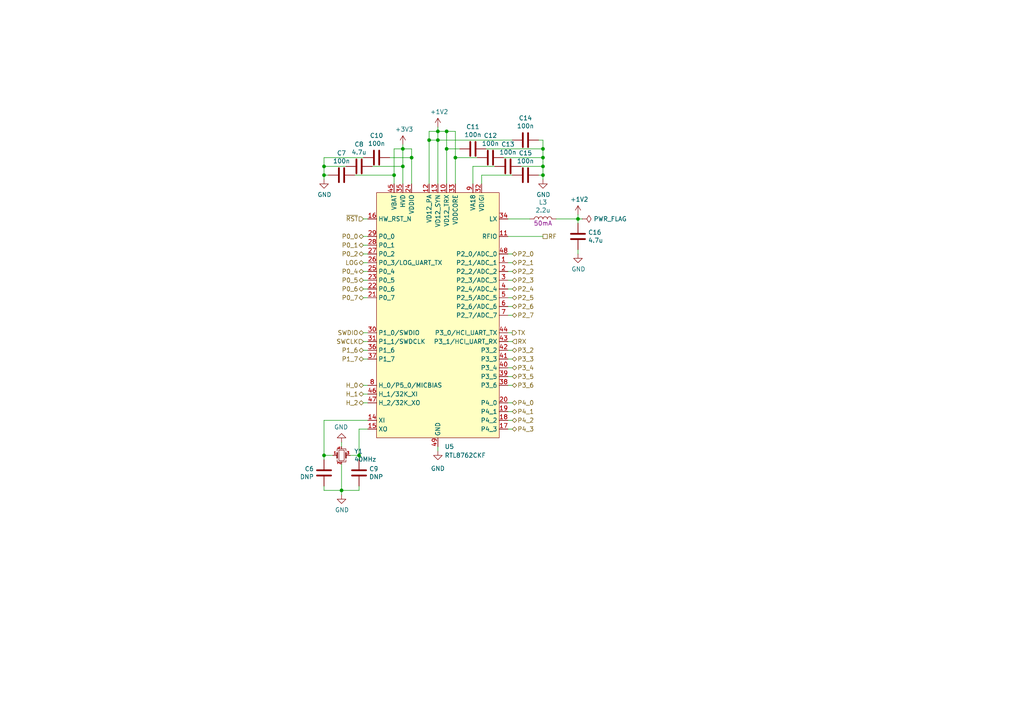
<source format=kicad_sch>
(kicad_sch (version 20230121) (generator eeschema)
  (paper "A4")
  (lib_symbols
    (symbol "Device:C" (pin_numbers hide) (pin_names (offset 0.254))
      (property "Reference" "C" (at 0.635 2.54 0))
      (property "Value" "C" (at 0.635 -2.54 0))
      (symbol "C_0_1"
        (polyline (pts (xy -2.032 -0.762) (xy 2.032 -0.762)) (stroke (width 0.508)))
        (polyline (pts (xy -2.032 0.762) (xy 2.032 0.762)) (stroke (width 0.508)))
      )
      (symbol "C_1_1"
        (pin passive line (at 0 3.81 270) (length 2.794) (name "~") (number "1"))
        (pin passive line (at 0 -3.81 90) (length 2.794) (name "~") (number "2"))
      )
    )
    (symbol "Device:Crystal_GND24_Small" (pin_names (offset 1.016) hide)
      (property "Reference" "Y" (at 1.27 4.445 0))
      (property "Value" "Crystal_GND24_Small" (at 1.27 2.54 0))
      (symbol "Crystal_GND24_Small_0_1"
        (rectangle (start -0.762 -1.524) (end 0.762 1.524))
        (polyline (pts (xy -1.27 -0.762) (xy -1.27 0.762)) (stroke (width 0.381)))
        (polyline (pts (xy 1.27 -0.762) (xy 1.27 0.762)) (stroke (width 0.381)))
        (polyline (pts (xy -1.27 -1.27) (xy -1.27 -1.905) (xy 1.27 -1.905) (xy 1.27 -1.27)))
        (polyline (pts (xy -1.27 1.27) (xy -1.27 1.905) (xy 1.27 1.905) (xy 1.27 1.27)))
      )
      (symbol "Crystal_GND24_Small_1_1"
        (pin passive line (at -2.54 0 0) (length 1.27) (name "1") (number "1"))
        (pin passive line (at 0 -2.54 90) (length 0.635) (name "2") (number "2"))
        (pin passive line (at 2.54 0 180) (length 1.27) (name "3") (number "3"))
        (pin passive line (at 0 2.54 270) (length 0.635) (name "4") (number "4"))
      )
    )
    (symbol "Device:L" (pin_numbers hide) (pin_names (offset 1.016) hide)
      (property "Reference" "L" (at -1.27 0 90))
      (property "Value" "L" (at 1.905 0 90))
      (symbol "L_0_1"
        (arc (start 0 -2.54) (mid 0.6323 -1.905) (end 0 -1.27))
        (arc (start 0 -1.27) (mid 0.6323 -0.635) (end 0 0))
        (arc (start 0 0) (mid 0.6323 0.635) (end 0 1.27))
        (arc (start 0 1.27) (mid 0.6323 1.905) (end 0 2.54))
      )
      (symbol "L_1_1"
        (pin passive line (at 0 3.81 270) (length 1.27) (name "1") (number "1"))
        (pin passive line (at 0 -3.81 90) (length 1.27) (name "2") (number "2"))
      )
    )
    (symbol "GND_1" (power) (pin_names (offset 0))
      (property "Value" "GND_1" (at 0 -3.81 0))
      (symbol "GND_1_0_1"
        (polyline (pts (xy 0 0) (xy 0 -1.27) (xy 1.27 -1.27) (xy 0 -2.54) (xy -1.27 -1.27) (xy 0 -1.27)))
      )
      (symbol "GND_1_1_1"
        (pin power_in line (at 0 0 270) (length 0) hide (name "GND") (number "1"))
      )
    )
    (symbol "MCU_Realtek:RTL8762CKF"
      (property "Reference" "U" (at -17.78 36.83 0))
      (property "Value" "RTL8762CKF" (at 17.78 -36.83 0))
      (symbol "RTL8762CKF_0_1"
        (rectangle (start -17.78 35.56) (end 17.78 -35.56) (fill (type background)))
      )
      (symbol "RTL8762CKF_1_1"
        (pin bidirectional line (at 20.32 15.24 180) (length 2.54) (name "P2_1/ADC_1") (number "1"))
        (pin power_in line (at 2.54 38.1 270) (length 2.54) (name "VD12_TRX") (number "10"))
        (pin passive line (at 20.32 22.86 180) (length 2.54) (name "RFIO") (number "11"))
        (pin power_in line (at -2.54 38.1 270) (length 2.54) (name "VD12_PA") (number "12"))
        (pin power_in line (at 0 38.1 270) (length 2.54) (name "VD12_SYN") (number "13"))
        (pin passive line (at -20.32 -30.48 0) (length 2.54) (name "XI") (number "14"))
        (pin passive line (at -20.32 -33.02 0) (length 2.54) (name "XO") (number "15"))
        (pin input line (at -20.32 27.94 0) (length 2.54) (name "HW_RST_N") (number "16"))
        (pin bidirectional line (at 20.32 -33.02 180) (length 2.54) (name "P4_3") (number "17"))
        (pin bidirectional line (at 20.32 -30.48 180) (length 2.54) (name "P4_2") (number "18"))
        (pin bidirectional line (at 20.32 -27.94 180) (length 2.54) (name "P4_1") (number "19"))
        (pin bidirectional line (at 20.32 12.7 180) (length 2.54) (name "P2_2/ADC_2") (number "2"))
        (pin bidirectional line (at 20.32 -25.4 180) (length 2.54) (name "P4_0") (number "20"))
        (pin bidirectional line (at -20.32 5.08 0) (length 2.54) (name "P0_7") (number "21"))
        (pin bidirectional line (at -20.32 7.62 0) (length 2.54) (name "P0_6") (number "22"))
        (pin bidirectional line (at -20.32 10.16 0) (length 2.54) (name "P0_5") (number "23"))
        (pin power_in line (at -7.62 38.1 270) (length 2.54) (name "VDDIO") (number "24"))
        (pin bidirectional line (at -20.32 12.7 0) (length 2.54) (name "P0_4") (number "25"))
        (pin bidirectional line (at -20.32 15.24 0) (length 2.54) (name "P0_3/LOG_UART_TX") (number "26"))
        (pin bidirectional line (at -20.32 17.78 0) (length 2.54) (name "P0_2") (number "27"))
        (pin bidirectional line (at -20.32 20.32 0) (length 2.54) (name "P0_1") (number "28"))
        (pin bidirectional line (at -20.32 22.86 0) (length 2.54) (name "P0_0") (number "29"))
        (pin bidirectional line (at 20.32 10.16 180) (length 2.54) (name "P2_3/ADC_3") (number "3"))
        (pin bidirectional line (at -20.32 -5.08 0) (length 2.54) (name "P1_0/SWDIO") (number "30"))
        (pin bidirectional line (at -20.32 -7.62 0) (length 2.54) (name "P1_1/SWDCLK") (number "31"))
        (pin power_in line (at 12.7 38.1 270) (length 2.54) (name "VDIGI") (number "32"))
        (pin power_in line (at 5.08 38.1 270) (length 2.54) (name "VDDCORE") (number "33"))
        (pin power_out line (at 20.32 27.94 180) (length 2.54) (name "LX") (number "34"))
        (pin power_in line (at -10.16 38.1 270) (length 2.54) (name "HVD") (number "35"))
        (pin bidirectional line (at -20.32 -10.16 0) (length 2.54) (name "P1_6") (number "36"))
        (pin bidirectional line (at -20.32 -12.7 0) (length 2.54) (name "P1_7") (number "37"))
        (pin bidirectional line (at 20.32 -20.32 180) (length 2.54) (name "P3_6") (number "38"))
        (pin bidirectional line (at 20.32 -17.78 180) (length 2.54) (name "P3_5") (number "39"))
        (pin bidirectional line (at 20.32 7.62 180) (length 2.54) (name "P2_4/ADC_4") (number "4"))
        (pin bidirectional line (at 20.32 -15.24 180) (length 2.54) (name "P3_4") (number "40"))
        (pin bidirectional line (at 20.32 -12.7 180) (length 2.54) (name "P3_3") (number "41"))
        (pin bidirectional line (at 20.32 -10.16 180) (length 2.54) (name "P3_2") (number "42"))
        (pin bidirectional line (at 20.32 -7.62 180) (length 2.54) (name "P3_1/HCI_UART_RX") (number "43"))
        (pin bidirectional line (at 20.32 -5.08 180) (length 2.54) (name "P3_0/HCI_UART_TX") (number "44"))
        (pin power_in line (at -12.7 38.1 270) (length 2.54) (name "VBAT") (number "45"))
        (pin bidirectional line (at -20.32 -22.86 0) (length 2.54) (name "H_1/32K_XI") (number "46"))
        (pin bidirectional line (at -20.32 -25.4 0) (length 2.54) (name "H_2/32K_XO") (number "47"))
        (pin bidirectional line (at 20.32 17.78 180) (length 2.54) (name "P2_0/ADC_0") (number "48"))
        (pin power_in line (at 0 -38.1 90) (length 2.54) (name "GND") (number "49"))
        (pin bidirectional line (at 20.32 5.08 180) (length 2.54) (name "P2_5/ADC_5") (number "5"))
        (pin bidirectional line (at 20.32 2.54 180) (length 2.54) (name "P2_6/ADC_6") (number "6"))
        (pin bidirectional line (at 20.32 0 180) (length 2.54) (name "P2_7/ADC_7") (number "7"))
        (pin bidirectional line (at -20.32 -20.32 0) (length 2.54) (name "H_0/P5_0/MICBIAS") (number "8"))
        (pin power_in line (at 10.16 38.1 270) (length 2.54) (name "VA18") (number "9"))
      )
    )
    (symbol "power:+1V2" (power) (pin_names (offset 0))
      (property "Value" "+1V2" (at 0 3.556 0))
      (symbol "+1V2_0_1"
        (polyline (pts (xy -0.762 1.27) (xy 0 2.54)))
        (polyline (pts (xy 0 0) (xy 0 2.54)))
        (polyline (pts (xy 0 2.54) (xy 0.762 1.27)))
      )
      (symbol "+1V2_1_1"
        (pin power_in line (at 0 0 90) (length 0) hide (name "+1V2") (number "1"))
      )
    )
    (symbol "power:+3V3" (power) (pin_names (offset 0))
      (property "Value" "+3V3" (at 0 3.556 0))
      (symbol "+3V3_0_1"
        (polyline (pts (xy -0.762 1.27) (xy 0 2.54)))
        (polyline (pts (xy 0 0) (xy 0 2.54)))
        (polyline (pts (xy 0 2.54) (xy 0.762 1.27)))
      )
      (symbol "+3V3_1_1"
        (pin power_in line (at 0 0 90) (length 0) hide (name "+3V3") (number "1"))
      )
    )
    (symbol "power:GND" (power) (pin_names (offset 0))
      (property "Value" "GND" (at 0 -3.81 0))
      (symbol "GND_0_1"
        (polyline (pts (xy 0 0) (xy 0 -1.27) (xy 1.27 -1.27) (xy 0 -2.54) (xy -1.27 -1.27) (xy 0 -1.27)))
      )
      (symbol "GND_1_1"
        (pin power_in line (at 0 0 270) (length 0) hide (name "GND") (number "1"))
      )
    )
    (symbol "power:PWR_FLAG" (power) (pin_numbers hide) (pin_names (offset 0) hide)
      (property "Value" "PWR_FLAG" (at 0 3.81 0))
      (symbol "PWR_FLAG_0_0"
        (pin power_out line (at 0 0 90) (length 0) (name "pwr") (number "1"))
      )
      (symbol "PWR_FLAG_0_1"
        (polyline (pts (xy 0 0) (xy 0 1.27) (xy -1.016 1.905) (xy 0 2.54) (xy 1.016 1.905) (xy 0 1.27)))
      )
    )
  )
  (junction (at 157.48 43.18))
  (junction (at 93.98 48.26))
  (junction (at 129.54 43.18))
  (junction (at 132.08 45.72))
  (junction (at 157.48 50.8))
  (junction (at 99.06 142.24))
  (junction (at 104.14 132.08))
  (junction (at 167.64 63.5))
  (junction (at 129.54 38.1))
  (junction (at 116.84 43.18))
  (junction (at 93.98 132.08))
  (junction (at 157.48 48.26))
  (junction (at 114.3 50.8))
  (junction (at 119.38 45.72))
  (junction (at 157.48 45.72))
  (junction (at 116.84 48.26))
  (junction (at 124.46 40.64))
  (junction (at 127 38.1))
  (junction (at 127 40.64))
  (junction (at 93.98 50.8))
  (wire (pts (xy 93.98 45.72) (xy 93.98 48.26)))
  (wire (pts (xy 93.98 140.97) (xy 93.98 142.24)))
  (wire (pts (xy 119.38 45.72) (xy 113.03 45.72)))
  (wire (pts (xy 114.3 43.18) (xy 116.84 43.18)))
  (wire (pts (xy 137.16 53.34) (xy 137.16 48.26)))
  (wire (pts (xy 99.06 143.51) (xy 99.06 142.24)))
  (wire (pts (xy 147.32 119.38) (xy 148.59 119.38)))
  (wire (pts (xy 127 38.1) (xy 127 36.83)))
  (wire (pts (xy 161.29 63.5) (xy 167.64 63.5)))
  (wire (pts (xy 129.54 38.1) (xy 127 38.1)))
  (wire (pts (xy 104.14 132.08) (xy 104.14 133.35)))
  (wire (pts (xy 129.54 43.18) (xy 129.54 38.1)))
  (wire (pts (xy 157.48 68.58) (xy 147.32 68.58)))
  (wire (pts (xy 133.35 43.18) (xy 129.54 43.18)))
  (wire (pts (xy 129.54 43.18) (xy 129.54 53.34)))
  (wire (pts (xy 114.3 50.8) (xy 114.3 43.18)))
  (wire (pts (xy 147.32 111.76) (xy 148.59 111.76)))
  (wire (pts (xy 148.59 86.36) (xy 147.32 86.36)))
  (wire (pts (xy 105.41 114.3) (xy 106.68 114.3)))
  (wire (pts (xy 132.08 45.72) (xy 132.08 53.34)))
  (wire (pts (xy 99.06 142.24) (xy 99.06 134.62)))
  (wire (pts (xy 127 40.64) (xy 127 38.1)))
  (wire (pts (xy 139.7 50.8) (xy 148.59 50.8)))
  (wire (pts (xy 127 129.54) (xy 127 130.81)))
  (wire (pts (xy 105.41 83.82) (xy 106.68 83.82)))
  (wire (pts (xy 148.59 88.9) (xy 147.32 88.9)))
  (wire (pts (xy 168.91 63.5) (xy 167.64 63.5)))
  (wire (pts (xy 114.3 50.8) (xy 102.87 50.8)))
  (wire (pts (xy 116.84 48.26) (xy 116.84 43.18)))
  (wire (pts (xy 114.3 53.34) (xy 114.3 50.8)))
  (wire (pts (xy 105.41 111.76) (xy 106.68 111.76)))
  (wire (pts (xy 156.21 50.8) (xy 157.48 50.8)))
  (wire (pts (xy 148.59 99.06) (xy 147.32 99.06)))
  (wire (pts (xy 105.41 73.66) (xy 106.68 73.66)))
  (wire (pts (xy 124.46 40.64) (xy 124.46 53.34)))
  (wire (pts (xy 101.6 132.08) (xy 104.14 132.08)))
  (wire (pts (xy 148.59 40.64) (xy 127 40.64)))
  (wire (pts (xy 105.41 116.84) (xy 106.68 116.84)))
  (wire (pts (xy 105.41 101.6) (xy 106.68 101.6)))
  (wire (pts (xy 127 40.64) (xy 124.46 40.64)))
  (wire (pts (xy 156.21 40.64) (xy 157.48 40.64)))
  (wire (pts (xy 105.41 81.28) (xy 106.68 81.28)))
  (wire (pts (xy 147.32 104.14) (xy 148.59 104.14)))
  (wire (pts (xy 105.41 86.36) (xy 106.68 86.36)))
  (wire (pts (xy 138.43 45.72) (xy 132.08 45.72)))
  (wire (pts (xy 119.38 53.34) (xy 119.38 45.72)))
  (wire (pts (xy 99.06 128.27) (xy 99.06 129.54)))
  (wire (pts (xy 147.32 73.66) (xy 148.59 73.66)))
  (wire (pts (xy 116.84 41.91) (xy 116.84 43.18)))
  (wire (pts (xy 105.41 99.06) (xy 106.68 99.06)))
  (wire (pts (xy 93.98 121.92) (xy 93.98 132.08)))
  (wire (pts (xy 105.41 96.52) (xy 106.68 96.52)))
  (wire (pts (xy 148.59 78.74) (xy 147.32 78.74)))
  (wire (pts (xy 93.98 132.08) (xy 96.52 132.08)))
  (wire (pts (xy 105.41 68.58) (xy 106.68 68.58)))
  (wire (pts (xy 147.32 106.68) (xy 148.59 106.68)))
  (wire (pts (xy 105.41 78.74) (xy 106.68 78.74)))
  (wire (pts (xy 167.64 62.23) (xy 167.64 63.5)))
  (wire (pts (xy 124.46 38.1) (xy 124.46 40.64)))
  (wire (pts (xy 127 38.1) (xy 124.46 38.1)))
  (wire (pts (xy 148.59 91.44) (xy 147.32 91.44)))
  (wire (pts (xy 116.84 53.34) (xy 116.84 48.26)))
  (wire (pts (xy 140.97 43.18) (xy 157.48 43.18)))
  (wire (pts (xy 93.98 132.08) (xy 93.98 133.35)))
  (wire (pts (xy 132.08 38.1) (xy 129.54 38.1)))
  (wire (pts (xy 119.38 43.18) (xy 119.38 45.72)))
  (wire (pts (xy 104.14 124.46) (xy 104.14 132.08)))
  (wire (pts (xy 157.48 50.8) (xy 157.48 48.26)))
  (wire (pts (xy 105.41 63.5) (xy 106.68 63.5)))
  (wire (pts (xy 147.32 101.6) (xy 148.59 101.6)))
  (wire (pts (xy 147.32 116.84) (xy 148.59 116.84)))
  (wire (pts (xy 147.32 124.46) (xy 148.59 124.46)))
  (wire (pts (xy 147.32 76.2) (xy 148.59 76.2)))
  (wire (pts (xy 93.98 52.07) (xy 93.98 50.8)))
  (wire (pts (xy 93.98 142.24) (xy 99.06 142.24)))
  (wire (pts (xy 147.32 96.52) (xy 148.59 96.52)))
  (wire (pts (xy 157.48 48.26) (xy 157.48 45.72)))
  (wire (pts (xy 105.41 71.12) (xy 106.68 71.12)))
  (wire (pts (xy 157.48 52.07) (xy 157.48 50.8)))
  (wire (pts (xy 93.98 48.26) (xy 93.98 50.8)))
  (wire (pts (xy 151.13 48.26) (xy 157.48 48.26)))
  (wire (pts (xy 167.64 63.5) (xy 167.64 64.77)))
  (wire (pts (xy 116.84 48.26) (xy 107.95 48.26)))
  (wire (pts (xy 93.98 50.8) (xy 95.25 50.8)))
  (wire (pts (xy 137.16 48.26) (xy 143.51 48.26)))
  (wire (pts (xy 100.33 48.26) (xy 93.98 48.26)))
  (wire (pts (xy 147.32 109.22) (xy 148.59 109.22)))
  (wire (pts (xy 139.7 53.34) (xy 139.7 50.8)))
  (wire (pts (xy 157.48 40.64) (xy 157.48 43.18)))
  (wire (pts (xy 105.41 76.2) (xy 106.68 76.2)))
  (wire (pts (xy 105.41 104.14) (xy 106.68 104.14)))
  (wire (pts (xy 148.59 81.28) (xy 147.32 81.28)))
  (wire (pts (xy 116.84 43.18) (xy 119.38 43.18)))
  (wire (pts (xy 147.32 63.5) (xy 153.67 63.5)))
  (wire (pts (xy 127 40.64) (xy 127 53.34)))
  (wire (pts (xy 132.08 45.72) (xy 132.08 38.1)))
  (wire (pts (xy 147.32 121.92) (xy 148.59 121.92)))
  (wire (pts (xy 157.48 45.72) (xy 146.05 45.72)))
  (wire (pts (xy 105.41 45.72) (xy 93.98 45.72)))
  (wire (pts (xy 104.14 140.97) (xy 104.14 142.24)))
  (wire (pts (xy 99.06 142.24) (xy 104.14 142.24)))
  (wire (pts (xy 167.64 72.39) (xy 167.64 73.66)))
  (wire (pts (xy 106.68 121.92) (xy 93.98 121.92)))
  (wire (pts (xy 148.59 83.82) (xy 147.32 83.82)))
  (wire (pts (xy 157.48 43.18) (xy 157.48 45.72)))
  (wire (pts (xy 106.68 124.46) (xy 104.14 124.46)))
  (hierarchical_label "P1_7" (shape bidirectional) (at 105.41 104.14 180))
  (hierarchical_label "H_2" (shape bidirectional) (at 105.41 116.84 180))
  (hierarchical_label "P3_5" (shape bidirectional) (at 148.59 109.22 0))
  (hierarchical_label "~{RST}" (shape input) (at 105.41 63.5 180))
  (hierarchical_label "P3_3" (shape bidirectional) (at 148.59 104.14 0))
  (hierarchical_label "P0_7" (shape bidirectional) (at 105.41 86.36 180))
  (hierarchical_label "P4_2" (shape bidirectional) (at 148.59 121.92 0))
  (hierarchical_label "P2_5" (shape bidirectional) (at 148.59 86.36 0))
  (hierarchical_label "H_1" (shape bidirectional) (at 105.41 114.3 180))
  (hierarchical_label "P3_4" (shape bidirectional) (at 148.59 106.68 0))
  (hierarchical_label "H_0" (shape bidirectional) (at 105.41 111.76 180))
  (hierarchical_label "P0_5" (shape bidirectional) (at 105.41 81.28 180))
  (hierarchical_label "P2_7" (shape bidirectional) (at 148.59 91.44 0))
  (hierarchical_label "P3_6" (shape bidirectional) (at 148.59 111.76 0))
  (hierarchical_label "P3_2" (shape bidirectional) (at 148.59 101.6 0))
  (hierarchical_label "P0_1" (shape bidirectional) (at 105.41 71.12 180))
  (hierarchical_label "TX" (shape output) (at 148.59 96.52 0))
  (hierarchical_label "P4_0" (shape bidirectional) (at 148.59 116.84 0))
  (hierarchical_label "P0_0" (shape bidirectional) (at 105.41 68.58 180))
  (hierarchical_label "LOG" (shape bidirectional) (at 105.41 76.2 180))
  (hierarchical_label "RF" (shape passive) (at 157.48 68.58 0))
  (hierarchical_label "P0_6" (shape bidirectional) (at 105.41 83.82 180))
  (hierarchical_label "P4_3" (shape bidirectional) (at 148.59 124.46 0))
  (hierarchical_label "P0_4" (shape bidirectional) (at 105.41 78.74 180))
  (hierarchical_label "P0_2" (shape bidirectional) (at 105.41 73.66 180))
  (hierarchical_label "P1_6" (shape bidirectional) (at 105.41 101.6 180))
  (hierarchical_label "SWCLK" (shape input) (at 105.41 99.06 180))
  (hierarchical_label "RX" (shape input) (at 148.59 99.06 0))
  (hierarchical_label "P2_0" (shape bidirectional) (at 148.59 73.66 0))
  (hierarchical_label "P2_3" (shape bidirectional) (at 148.59 81.28 0))
  (hierarchical_label "SWDIO" (shape bidirectional) (at 105.41 96.52 180))
  (hierarchical_label "P4_1" (shape bidirectional) (at 148.59 119.38 0))
  (hierarchical_label "P2_1" (shape bidirectional) (at 148.59 76.2 0))
  (hierarchical_label "P2_6" (shape bidirectional) (at 148.59 88.9 0))
  (hierarchical_label "P2_2" (shape bidirectional) (at 148.59 78.74 0))
  (hierarchical_label "P2_4" (shape bidirectional) (at 148.59 83.82 0))
  (symbol (lib_id "Device:Crystal_GND24_Small") (at 99.06 132.08 0) (unit 1)
    (property "Reference" "Y1" (at 102.7176 130.9116 0) (effects (justify left)))
    (property "Value" "40MHz" (at 102.7176 133.223 0) (effects (justify left)))
    (property "Footprint" "Crystal:Crystal_SMD_2016-4Pin_2.0x1.6mm" (effects hide))
    (property "Datasheet" "https://datasheet.lcsc.com/lcsc/2004241035_YL-Failong-Crystal-9S40000048_C516561.pdf" (effects hide))
    (property "LCSC" "C516561" (effects hide))
  )
  (symbol (lib_id "power:+1V2") (at 167.64 62.23 0) (unit 1)
    (property "Reference" "#U07" (effects hide))
    (property "Value" "+1V2" (at 168.021 57.8358 0))
  )
  (symbol (lib_id "Device:C") (at 104.14 137.16 0) (unit 1)
    (property "Reference" "C9" (at 107.061 135.9916 0) (effects (justify left)))
    (property "Value" "DNP" (at 107.061 138.303 0) (effects (justify left)))
    (property "Footprint" "Capacitor_SMD:C_0402_1005Metric" (effects hide))
    (property "LCSC" "DNP" (effects hide))
  )
  (symbol (lib_id "power:GND") (at 93.98 52.07 0) (unit 1)
    (property "Reference" "#U01" (effects hide))
    (property "Value" "GND" (at 94.107 56.4642 0))
  )
  (symbol (lib_id "Device:C") (at 167.64 68.58 0) (unit 1)
    (property "Reference" "C16" (at 170.561 67.4116 0) (effects (justify left)))
    (property "Value" "4.7u" (at 170.561 69.723 0) (effects (justify left)))
    (property "Footprint" "Capacitor_SMD:C_0402_1005Metric" (effects hide))
    (property "Datasheet" "https://datasheet.lcsc.com/lcsc/2203041530_VIIYONG-V475M0402X5R6R3NCT_C2980397.pdf" (effects hide))
    (property "LCSC" "C2980397" (effects hide))
  )
  (symbol (lib_id "power:+1V2") (at 127 36.83 0) (unit 1)
    (property "Reference" "#U05" (effects hide))
    (property "Value" "+1V2" (at 127.381 32.4358 0))
  )
  (symbol (lib_id "power:+3V3") (at 116.84 41.91 0) (unit 1)
    (property "Reference" "#U04" (effects hide))
    (property "Value" "+3V3" (at 117.221 37.5158 0))
  )
  (symbol (lib_id "Device:C") (at 147.32 48.26 90) (unit 1)
    (property "Reference" "C13" (at 147.32 41.8592 90))
    (property "Value" "100n" (at 147.32 44.1706 90))
    (property "Footprint" "Capacitor_SMD:C_0402_1005Metric" (effects hide))
    (property "LCSC" "C83056" (effects hide))
  )
  (symbol (lib_id "MCU_Realtek:RTL8762CKF") (at 127 91.44 0) (unit 1)
    (property "Reference" "U5" (at 128.9559 129.54 0) (effects (justify left)))
    (property "Value" "RTL8762CKF" (at 128.9559 132.08 0) (effects (justify left)))
    (property "Footprint" "Package_DFN_QFN:QFN-48-1EP_6x6mm_P0.4mm_EP4.3x4.3mm" (effects hide))
  )
  (symbol (lib_id "power:GND") (at 167.64 73.66 0) (unit 1)
    (property "Reference" "#U08" (effects hide))
    (property "Value" "GND" (at 167.767 78.0542 0))
  )
  (symbol (lib_id "power:GND") (at 99.06 128.27 180) (unit 1)
    (property "Reference" "#U02" (effects hide))
    (property "Value" "GND" (at 98.933 123.8758 0))
  )
  (symbol (lib_id "Device:C") (at 152.4 50.8 90) (unit 1)
    (property "Reference" "C15" (at 152.4 44.3992 90))
    (property "Value" "100n" (at 152.4 46.7106 90))
    (property "Footprint" "Capacitor_SMD:C_0402_1005Metric" (effects hide))
    (property "LCSC" "C83056" (effects hide))
  )
  (symbol (lib_id "power:GND") (at 99.06 143.51 0) (unit 1)
    (property "Reference" "#U03" (effects hide))
    (property "Value" "GND" (at 99.187 147.9042 0))
  )
  (symbol (lib_id "Device:C") (at 93.98 137.16 0) (unit 1)
    (property "Reference" "C6" (at 91.059 135.9916 0) (effects (justify right)))
    (property "Value" "DNP" (at 91.059 138.303 0) (effects (justify right)))
    (property "Footprint" "Capacitor_SMD:C_0402_1005Metric" (effects hide))
    (property "LCSC" "DNP" (effects hide))
  )
  (symbol (lib_name "GND_1") (lib_id "power:GND") (at 127 130.81 0) (unit 1)
    (property "Reference" "#PWR04" (effects hide))
    (property "Value" "GND" (at 127 135.89 0))
  )
  (symbol (lib_id "Device:C") (at 142.24 45.72 90) (unit 1)
    (property "Reference" "C12" (at 142.24 39.3192 90))
    (property "Value" "100n" (at 142.24 41.6306 90))
    (property "Footprint" "Capacitor_SMD:C_0402_1005Metric" (effects hide))
    (property "LCSC" "C83056" (effects hide))
  )
  (symbol (lib_id "Device:C") (at 99.06 50.8 90) (unit 1)
    (property "Reference" "C7" (at 99.06 44.3992 90))
    (property "Value" "100n" (at 99.06 46.7106 90))
    (property "Footprint" "Capacitor_SMD:C_0402_1005Metric" (effects hide))
    (property "LCSC" "C83056" (effects hide))
  )
  (symbol (lib_id "Device:C") (at 137.16 43.18 90) (unit 1)
    (property "Reference" "C11" (at 137.16 36.7792 90))
    (property "Value" "100n" (at 137.16 39.0906 90))
    (property "Footprint" "Capacitor_SMD:C_0402_1005Metric" (effects hide))
    (property "LCSC" "C83056" (effects hide))
  )
  (symbol (lib_id "Device:C") (at 152.4 40.64 90) (unit 1)
    (property "Reference" "C14" (at 152.4 34.2392 90))
    (property "Value" "100n" (at 152.4 36.5506 90))
    (property "Footprint" "Capacitor_SMD:C_0402_1005Metric" (effects hide))
    (property "LCSC" "C83056" (effects hide))
  )
  (symbol (lib_id "Device:C") (at 109.22 45.72 90) (unit 1)
    (property "Reference" "C10" (at 109.22 39.3192 90))
    (property "Value" "100n" (at 109.22 41.6306 90))
    (property "Footprint" "Capacitor_SMD:C_0402_1005Metric" (effects hide))
    (property "LCSC" "C83056" (effects hide))
  )
  (symbol (lib_id "power:PWR_FLAG") (at 168.91 63.5 270) (unit 1)
    (property "Reference" "#U09" (effects hide))
    (property "Value" "PWR_FLAG" (at 172.1612 63.5 90) (effects (justify left)))
  )
  (symbol (lib_id "Device:L") (at 157.48 63.5 90) (unit 1)
    (property "Reference" "L3" (at 157.48 58.674 90))
    (property "Value" "2.2u" (at 157.48 60.9854 90))
    (property "Footprint" "Inductor_SMD:L_0603_1608Metric" (effects hide))
    (property "Datasheet" "https://datasheet.lcsc.com/lcsc/1912111437_Chilisin-Elec-CPY160808T-2R2M-NP_C365953.pdf" (effects hide))
    (property "LCSC" "C365953" (effects hide))
    (property "I_max" "50mA" (at 157.48 64.77 90))
  )
  (symbol (lib_id "Device:C") (at 104.14 48.26 90) (unit 1)
    (property "Reference" "C8" (at 104.14 41.8592 90))
    (property "Value" "4.7u" (at 104.14 44.1706 90))
    (property "Footprint" "Capacitor_SMD:C_0402_1005Metric" (effects hide))
    (property "Datasheet" "https://datasheet.lcsc.com/lcsc/2203041530_VIIYONG-V475M0402X5R6R3NCT_C2980397.pdf" (effects hide))
    (property "LCSC" "C2980397" (effects hide))
  )
  (symbol (lib_id "power:GND") (at 157.48 52.07 0) (unit 1)
    (property "Reference" "#U06" (effects hide))
    (property "Value" "GND" (at 157.607 56.4642 0))
  )
)
</source>
